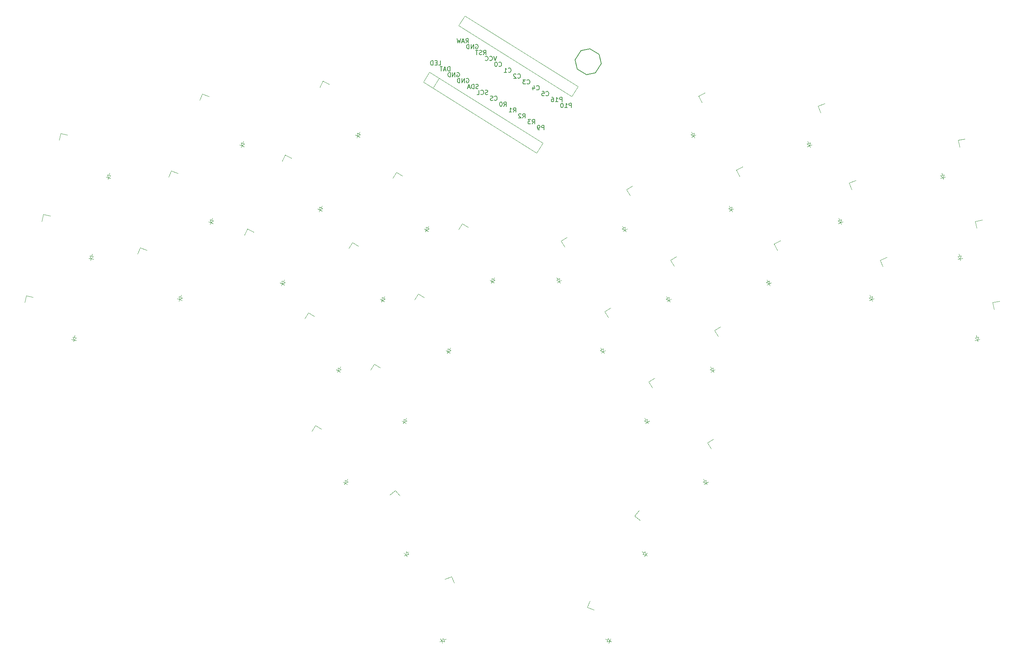
<source format=gbr>
%TF.GenerationSoftware,KiCad,Pcbnew,7.0.9*%
%TF.CreationDate,2023-11-27T23:54:22-05:00*%
%TF.ProjectId,main_r2,6d61696e-5f72-4322-9e6b-696361645f70,0.1*%
%TF.SameCoordinates,Original*%
%TF.FileFunction,Legend,Bot*%
%TF.FilePolarity,Positive*%
%FSLAX46Y46*%
G04 Gerber Fmt 4.6, Leading zero omitted, Abs format (unit mm)*
G04 Created by KiCad (PCBNEW 7.0.9) date 2023-11-27 23:54:22*
%MOMM*%
%LPD*%
G01*
G04 APERTURE LIST*
%ADD10C,0.150000*%
%ADD11C,0.120000*%
%ADD12C,0.100000*%
G04 APERTURE END LIST*
D10*
X125413736Y-109681268D02*
X125889926Y-109681268D01*
X125889926Y-109681268D02*
X125889926Y-108681268D01*
X125080402Y-109157458D02*
X124747069Y-109157458D01*
X124604212Y-109681268D02*
X125080402Y-109681268D01*
X125080402Y-109681268D02*
X125080402Y-108681268D01*
X125080402Y-108681268D02*
X124604212Y-108681268D01*
X124175640Y-109681268D02*
X124175640Y-108681268D01*
X124175640Y-108681268D02*
X123937545Y-108681268D01*
X123937545Y-108681268D02*
X123794688Y-108728887D01*
X123794688Y-108728887D02*
X123699450Y-108824125D01*
X123699450Y-108824125D02*
X123651831Y-108919363D01*
X123651831Y-108919363D02*
X123604212Y-109109839D01*
X123604212Y-109109839D02*
X123604212Y-109252696D01*
X123604212Y-109252696D02*
X123651831Y-109443172D01*
X123651831Y-109443172D02*
X123699450Y-109538410D01*
X123699450Y-109538410D02*
X123794688Y-109633649D01*
X123794688Y-109633649D02*
X123937545Y-109681268D01*
X123937545Y-109681268D02*
X124175640Y-109681268D01*
X131695382Y-104592979D02*
X132028715Y-104116788D01*
X132266810Y-104592979D02*
X132266810Y-103592979D01*
X132266810Y-103592979D02*
X131885858Y-103592979D01*
X131885858Y-103592979D02*
X131790620Y-103640598D01*
X131790620Y-103640598D02*
X131743001Y-103688217D01*
X131743001Y-103688217D02*
X131695382Y-103783455D01*
X131695382Y-103783455D02*
X131695382Y-103926312D01*
X131695382Y-103926312D02*
X131743001Y-104021550D01*
X131743001Y-104021550D02*
X131790620Y-104069169D01*
X131790620Y-104069169D02*
X131885858Y-104116788D01*
X131885858Y-104116788D02*
X132266810Y-104116788D01*
X131314429Y-104307264D02*
X130838239Y-104307264D01*
X131409667Y-104592979D02*
X131076334Y-103592979D01*
X131076334Y-103592979D02*
X130743001Y-104592979D01*
X130504905Y-103592979D02*
X130266810Y-104592979D01*
X130266810Y-104592979D02*
X130076334Y-103878693D01*
X130076334Y-103878693D02*
X129885858Y-104592979D01*
X129885858Y-104592979D02*
X129647763Y-103592979D01*
X128043969Y-111027263D02*
X128043969Y-110027263D01*
X128043969Y-110027263D02*
X127805874Y-110027263D01*
X127805874Y-110027263D02*
X127663017Y-110074882D01*
X127663017Y-110074882D02*
X127567779Y-110170120D01*
X127567779Y-110170120D02*
X127520160Y-110265358D01*
X127520160Y-110265358D02*
X127472541Y-110455834D01*
X127472541Y-110455834D02*
X127472541Y-110598691D01*
X127472541Y-110598691D02*
X127520160Y-110789167D01*
X127520160Y-110789167D02*
X127567779Y-110884405D01*
X127567779Y-110884405D02*
X127663017Y-110979644D01*
X127663017Y-110979644D02*
X127805874Y-111027263D01*
X127805874Y-111027263D02*
X128043969Y-111027263D01*
X127091588Y-110741548D02*
X126615398Y-110741548D01*
X127186826Y-111027263D02*
X126853493Y-110027263D01*
X126853493Y-110027263D02*
X126520160Y-111027263D01*
X126329683Y-110027263D02*
X125758255Y-110027263D01*
X126043969Y-111027263D02*
X126043969Y-110027263D01*
X133944662Y-104986593D02*
X134039900Y-104938974D01*
X134039900Y-104938974D02*
X134182757Y-104938974D01*
X134182757Y-104938974D02*
X134325614Y-104986593D01*
X134325614Y-104986593D02*
X134420852Y-105081831D01*
X134420852Y-105081831D02*
X134468471Y-105177069D01*
X134468471Y-105177069D02*
X134516090Y-105367545D01*
X134516090Y-105367545D02*
X134516090Y-105510402D01*
X134516090Y-105510402D02*
X134468471Y-105700878D01*
X134468471Y-105700878D02*
X134420852Y-105796116D01*
X134420852Y-105796116D02*
X134325614Y-105891355D01*
X134325614Y-105891355D02*
X134182757Y-105938974D01*
X134182757Y-105938974D02*
X134087519Y-105938974D01*
X134087519Y-105938974D02*
X133944662Y-105891355D01*
X133944662Y-105891355D02*
X133897043Y-105843735D01*
X133897043Y-105843735D02*
X133897043Y-105510402D01*
X133897043Y-105510402D02*
X134087519Y-105510402D01*
X133468471Y-105938974D02*
X133468471Y-104938974D01*
X133468471Y-104938974D02*
X132897043Y-105938974D01*
X132897043Y-105938974D02*
X132897043Y-104938974D01*
X132420852Y-105938974D02*
X132420852Y-104938974D01*
X132420852Y-104938974D02*
X132182757Y-104938974D01*
X132182757Y-104938974D02*
X132039900Y-104986593D01*
X132039900Y-104986593D02*
X131944662Y-105081831D01*
X131944662Y-105081831D02*
X131897043Y-105177069D01*
X131897043Y-105177069D02*
X131849424Y-105367545D01*
X131849424Y-105367545D02*
X131849424Y-105510402D01*
X131849424Y-105510402D02*
X131897043Y-105700878D01*
X131897043Y-105700878D02*
X131944662Y-105796116D01*
X131944662Y-105796116D02*
X132039900Y-105891355D01*
X132039900Y-105891355D02*
X132182757Y-105938974D01*
X132182757Y-105938974D02*
X132420852Y-105938974D01*
X129674202Y-111420876D02*
X129769440Y-111373257D01*
X129769440Y-111373257D02*
X129912297Y-111373257D01*
X129912297Y-111373257D02*
X130055154Y-111420876D01*
X130055154Y-111420876D02*
X130150392Y-111516114D01*
X130150392Y-111516114D02*
X130198011Y-111611352D01*
X130198011Y-111611352D02*
X130245630Y-111801828D01*
X130245630Y-111801828D02*
X130245630Y-111944685D01*
X130245630Y-111944685D02*
X130198011Y-112135161D01*
X130198011Y-112135161D02*
X130150392Y-112230399D01*
X130150392Y-112230399D02*
X130055154Y-112325638D01*
X130055154Y-112325638D02*
X129912297Y-112373257D01*
X129912297Y-112373257D02*
X129817059Y-112373257D01*
X129817059Y-112373257D02*
X129674202Y-112325638D01*
X129674202Y-112325638D02*
X129626583Y-112278018D01*
X129626583Y-112278018D02*
X129626583Y-111944685D01*
X129626583Y-111944685D02*
X129817059Y-111944685D01*
X129198011Y-112373257D02*
X129198011Y-111373257D01*
X129198011Y-111373257D02*
X128626583Y-112373257D01*
X128626583Y-112373257D02*
X128626583Y-111373257D01*
X128150392Y-112373257D02*
X128150392Y-111373257D01*
X128150392Y-111373257D02*
X127912297Y-111373257D01*
X127912297Y-111373257D02*
X127769440Y-111420876D01*
X127769440Y-111420876D02*
X127674202Y-111516114D01*
X127674202Y-111516114D02*
X127626583Y-111611352D01*
X127626583Y-111611352D02*
X127578964Y-111801828D01*
X127578964Y-111801828D02*
X127578964Y-111944685D01*
X127578964Y-111944685D02*
X127626583Y-112135161D01*
X127626583Y-112135161D02*
X127674202Y-112230399D01*
X127674202Y-112230399D02*
X127769440Y-112325638D01*
X127769440Y-112325638D02*
X127912297Y-112373257D01*
X127912297Y-112373257D02*
X128150392Y-112373257D01*
X135717752Y-107284969D02*
X136051085Y-106808778D01*
X136289180Y-107284969D02*
X136289180Y-106284969D01*
X136289180Y-106284969D02*
X135908228Y-106284969D01*
X135908228Y-106284969D02*
X135812990Y-106332588D01*
X135812990Y-106332588D02*
X135765371Y-106380207D01*
X135765371Y-106380207D02*
X135717752Y-106475445D01*
X135717752Y-106475445D02*
X135717752Y-106618302D01*
X135717752Y-106618302D02*
X135765371Y-106713540D01*
X135765371Y-106713540D02*
X135812990Y-106761159D01*
X135812990Y-106761159D02*
X135908228Y-106808778D01*
X135908228Y-106808778D02*
X136289180Y-106808778D01*
X135336799Y-107237350D02*
X135193942Y-107284969D01*
X135193942Y-107284969D02*
X134955847Y-107284969D01*
X134955847Y-107284969D02*
X134860609Y-107237350D01*
X134860609Y-107237350D02*
X134812990Y-107189730D01*
X134812990Y-107189730D02*
X134765371Y-107094492D01*
X134765371Y-107094492D02*
X134765371Y-106999254D01*
X134765371Y-106999254D02*
X134812990Y-106904016D01*
X134812990Y-106904016D02*
X134860609Y-106856397D01*
X134860609Y-106856397D02*
X134955847Y-106808778D01*
X134955847Y-106808778D02*
X135146323Y-106761159D01*
X135146323Y-106761159D02*
X135241561Y-106713540D01*
X135241561Y-106713540D02*
X135289180Y-106665921D01*
X135289180Y-106665921D02*
X135336799Y-106570683D01*
X135336799Y-106570683D02*
X135336799Y-106475445D01*
X135336799Y-106475445D02*
X135289180Y-106380207D01*
X135289180Y-106380207D02*
X135241561Y-106332588D01*
X135241561Y-106332588D02*
X135146323Y-106284969D01*
X135146323Y-106284969D02*
X134908228Y-106284969D01*
X134908228Y-106284969D02*
X134765371Y-106332588D01*
X134479656Y-106284969D02*
X133908228Y-106284969D01*
X134193942Y-107284969D02*
X134193942Y-106284969D01*
X131828244Y-112766871D02*
X131923482Y-112719252D01*
X131923482Y-112719252D02*
X132066339Y-112719252D01*
X132066339Y-112719252D02*
X132209196Y-112766871D01*
X132209196Y-112766871D02*
X132304434Y-112862109D01*
X132304434Y-112862109D02*
X132352053Y-112957347D01*
X132352053Y-112957347D02*
X132399672Y-113147823D01*
X132399672Y-113147823D02*
X132399672Y-113290680D01*
X132399672Y-113290680D02*
X132352053Y-113481156D01*
X132352053Y-113481156D02*
X132304434Y-113576394D01*
X132304434Y-113576394D02*
X132209196Y-113671633D01*
X132209196Y-113671633D02*
X132066339Y-113719252D01*
X132066339Y-113719252D02*
X131971101Y-113719252D01*
X131971101Y-113719252D02*
X131828244Y-113671633D01*
X131828244Y-113671633D02*
X131780625Y-113624013D01*
X131780625Y-113624013D02*
X131780625Y-113290680D01*
X131780625Y-113290680D02*
X131971101Y-113290680D01*
X131352053Y-113719252D02*
X131352053Y-112719252D01*
X131352053Y-112719252D02*
X130780625Y-113719252D01*
X130780625Y-113719252D02*
X130780625Y-112719252D01*
X130304434Y-113719252D02*
X130304434Y-112719252D01*
X130304434Y-112719252D02*
X130066339Y-112719252D01*
X130066339Y-112719252D02*
X129923482Y-112766871D01*
X129923482Y-112766871D02*
X129828244Y-112862109D01*
X129828244Y-112862109D02*
X129780625Y-112957347D01*
X129780625Y-112957347D02*
X129733006Y-113147823D01*
X129733006Y-113147823D02*
X129733006Y-113290680D01*
X129733006Y-113290680D02*
X129780625Y-113481156D01*
X129780625Y-113481156D02*
X129828244Y-113576394D01*
X129828244Y-113576394D02*
X129923482Y-113671633D01*
X129923482Y-113671633D02*
X130066339Y-113719252D01*
X130066339Y-113719252D02*
X130304434Y-113719252D01*
X138728936Y-107630964D02*
X138395603Y-108630964D01*
X138395603Y-108630964D02*
X138062270Y-107630964D01*
X137157508Y-108535725D02*
X137205127Y-108583345D01*
X137205127Y-108583345D02*
X137347984Y-108630964D01*
X137347984Y-108630964D02*
X137443222Y-108630964D01*
X137443222Y-108630964D02*
X137586079Y-108583345D01*
X137586079Y-108583345D02*
X137681317Y-108488106D01*
X137681317Y-108488106D02*
X137728936Y-108392868D01*
X137728936Y-108392868D02*
X137776555Y-108202392D01*
X137776555Y-108202392D02*
X137776555Y-108059535D01*
X137776555Y-108059535D02*
X137728936Y-107869059D01*
X137728936Y-107869059D02*
X137681317Y-107773821D01*
X137681317Y-107773821D02*
X137586079Y-107678583D01*
X137586079Y-107678583D02*
X137443222Y-107630964D01*
X137443222Y-107630964D02*
X137347984Y-107630964D01*
X137347984Y-107630964D02*
X137205127Y-107678583D01*
X137205127Y-107678583D02*
X137157508Y-107726202D01*
X136157508Y-108535725D02*
X136205127Y-108583345D01*
X136205127Y-108583345D02*
X136347984Y-108630964D01*
X136347984Y-108630964D02*
X136443222Y-108630964D01*
X136443222Y-108630964D02*
X136586079Y-108583345D01*
X136586079Y-108583345D02*
X136681317Y-108488106D01*
X136681317Y-108488106D02*
X136728936Y-108392868D01*
X136728936Y-108392868D02*
X136776555Y-108202392D01*
X136776555Y-108202392D02*
X136776555Y-108059535D01*
X136776555Y-108059535D02*
X136728936Y-107869059D01*
X136728936Y-107869059D02*
X136681317Y-107773821D01*
X136681317Y-107773821D02*
X136586079Y-107678583D01*
X136586079Y-107678583D02*
X136443222Y-107630964D01*
X136443222Y-107630964D02*
X136347984Y-107630964D01*
X136347984Y-107630964D02*
X136205127Y-107678583D01*
X136205127Y-107678583D02*
X136157508Y-107726202D01*
X134553714Y-115017628D02*
X134410857Y-115065247D01*
X134410857Y-115065247D02*
X134172762Y-115065247D01*
X134172762Y-115065247D02*
X134077524Y-115017628D01*
X134077524Y-115017628D02*
X134029905Y-114970008D01*
X134029905Y-114970008D02*
X133982286Y-114874770D01*
X133982286Y-114874770D02*
X133982286Y-114779532D01*
X133982286Y-114779532D02*
X134029905Y-114684294D01*
X134029905Y-114684294D02*
X134077524Y-114636675D01*
X134077524Y-114636675D02*
X134172762Y-114589056D01*
X134172762Y-114589056D02*
X134363238Y-114541437D01*
X134363238Y-114541437D02*
X134458476Y-114493818D01*
X134458476Y-114493818D02*
X134506095Y-114446199D01*
X134506095Y-114446199D02*
X134553714Y-114350961D01*
X134553714Y-114350961D02*
X134553714Y-114255723D01*
X134553714Y-114255723D02*
X134506095Y-114160485D01*
X134506095Y-114160485D02*
X134458476Y-114112866D01*
X134458476Y-114112866D02*
X134363238Y-114065247D01*
X134363238Y-114065247D02*
X134125143Y-114065247D01*
X134125143Y-114065247D02*
X133982286Y-114112866D01*
X133553714Y-115065247D02*
X133553714Y-114065247D01*
X133553714Y-114065247D02*
X133315619Y-114065247D01*
X133315619Y-114065247D02*
X133172762Y-114112866D01*
X133172762Y-114112866D02*
X133077524Y-114208104D01*
X133077524Y-114208104D02*
X133029905Y-114303342D01*
X133029905Y-114303342D02*
X132982286Y-114493818D01*
X132982286Y-114493818D02*
X132982286Y-114636675D01*
X132982286Y-114636675D02*
X133029905Y-114827151D01*
X133029905Y-114827151D02*
X133077524Y-114922389D01*
X133077524Y-114922389D02*
X133172762Y-115017628D01*
X133172762Y-115017628D02*
X133315619Y-115065247D01*
X133315619Y-115065247D02*
X133553714Y-115065247D01*
X132601333Y-114779532D02*
X132125143Y-114779532D01*
X132696571Y-115065247D02*
X132363238Y-114065247D01*
X132363238Y-114065247D02*
X132029905Y-115065247D01*
X139263932Y-109881720D02*
X139311551Y-109929340D01*
X139311551Y-109929340D02*
X139454408Y-109976959D01*
X139454408Y-109976959D02*
X139549646Y-109976959D01*
X139549646Y-109976959D02*
X139692503Y-109929340D01*
X139692503Y-109929340D02*
X139787741Y-109834101D01*
X139787741Y-109834101D02*
X139835360Y-109738863D01*
X139835360Y-109738863D02*
X139882979Y-109548387D01*
X139882979Y-109548387D02*
X139882979Y-109405530D01*
X139882979Y-109405530D02*
X139835360Y-109215054D01*
X139835360Y-109215054D02*
X139787741Y-109119816D01*
X139787741Y-109119816D02*
X139692503Y-109024578D01*
X139692503Y-109024578D02*
X139549646Y-108976959D01*
X139549646Y-108976959D02*
X139454408Y-108976959D01*
X139454408Y-108976959D02*
X139311551Y-109024578D01*
X139311551Y-109024578D02*
X139263932Y-109072197D01*
X138644884Y-108976959D02*
X138549646Y-108976959D01*
X138549646Y-108976959D02*
X138454408Y-109024578D01*
X138454408Y-109024578D02*
X138406789Y-109072197D01*
X138406789Y-109072197D02*
X138359170Y-109167435D01*
X138359170Y-109167435D02*
X138311551Y-109357911D01*
X138311551Y-109357911D02*
X138311551Y-109596006D01*
X138311551Y-109596006D02*
X138359170Y-109786482D01*
X138359170Y-109786482D02*
X138406789Y-109881720D01*
X138406789Y-109881720D02*
X138454408Y-109929340D01*
X138454408Y-109929340D02*
X138549646Y-109976959D01*
X138549646Y-109976959D02*
X138644884Y-109976959D01*
X138644884Y-109976959D02*
X138740122Y-109929340D01*
X138740122Y-109929340D02*
X138787741Y-109881720D01*
X138787741Y-109881720D02*
X138835360Y-109786482D01*
X138835360Y-109786482D02*
X138882979Y-109596006D01*
X138882979Y-109596006D02*
X138882979Y-109357911D01*
X138882979Y-109357911D02*
X138835360Y-109167435D01*
X138835360Y-109167435D02*
X138787741Y-109072197D01*
X138787741Y-109072197D02*
X138740122Y-109024578D01*
X138740122Y-109024578D02*
X138644884Y-108976959D01*
X136707756Y-116363623D02*
X136564899Y-116411242D01*
X136564899Y-116411242D02*
X136326804Y-116411242D01*
X136326804Y-116411242D02*
X136231566Y-116363623D01*
X136231566Y-116363623D02*
X136183947Y-116316003D01*
X136183947Y-116316003D02*
X136136328Y-116220765D01*
X136136328Y-116220765D02*
X136136328Y-116125527D01*
X136136328Y-116125527D02*
X136183947Y-116030289D01*
X136183947Y-116030289D02*
X136231566Y-115982670D01*
X136231566Y-115982670D02*
X136326804Y-115935051D01*
X136326804Y-115935051D02*
X136517280Y-115887432D01*
X136517280Y-115887432D02*
X136612518Y-115839813D01*
X136612518Y-115839813D02*
X136660137Y-115792194D01*
X136660137Y-115792194D02*
X136707756Y-115696956D01*
X136707756Y-115696956D02*
X136707756Y-115601718D01*
X136707756Y-115601718D02*
X136660137Y-115506480D01*
X136660137Y-115506480D02*
X136612518Y-115458861D01*
X136612518Y-115458861D02*
X136517280Y-115411242D01*
X136517280Y-115411242D02*
X136279185Y-115411242D01*
X136279185Y-115411242D02*
X136136328Y-115458861D01*
X135136328Y-116316003D02*
X135183947Y-116363623D01*
X135183947Y-116363623D02*
X135326804Y-116411242D01*
X135326804Y-116411242D02*
X135422042Y-116411242D01*
X135422042Y-116411242D02*
X135564899Y-116363623D01*
X135564899Y-116363623D02*
X135660137Y-116268384D01*
X135660137Y-116268384D02*
X135707756Y-116173146D01*
X135707756Y-116173146D02*
X135755375Y-115982670D01*
X135755375Y-115982670D02*
X135755375Y-115839813D01*
X135755375Y-115839813D02*
X135707756Y-115649337D01*
X135707756Y-115649337D02*
X135660137Y-115554099D01*
X135660137Y-115554099D02*
X135564899Y-115458861D01*
X135564899Y-115458861D02*
X135422042Y-115411242D01*
X135422042Y-115411242D02*
X135326804Y-115411242D01*
X135326804Y-115411242D02*
X135183947Y-115458861D01*
X135183947Y-115458861D02*
X135136328Y-115506480D01*
X134231566Y-116411242D02*
X134707756Y-116411242D01*
X134707756Y-116411242D02*
X134707756Y-115411242D01*
X141417974Y-111227715D02*
X141465593Y-111275335D01*
X141465593Y-111275335D02*
X141608450Y-111322954D01*
X141608450Y-111322954D02*
X141703688Y-111322954D01*
X141703688Y-111322954D02*
X141846545Y-111275335D01*
X141846545Y-111275335D02*
X141941783Y-111180096D01*
X141941783Y-111180096D02*
X141989402Y-111084858D01*
X141989402Y-111084858D02*
X142037021Y-110894382D01*
X142037021Y-110894382D02*
X142037021Y-110751525D01*
X142037021Y-110751525D02*
X141989402Y-110561049D01*
X141989402Y-110561049D02*
X141941783Y-110465811D01*
X141941783Y-110465811D02*
X141846545Y-110370573D01*
X141846545Y-110370573D02*
X141703688Y-110322954D01*
X141703688Y-110322954D02*
X141608450Y-110322954D01*
X141608450Y-110322954D02*
X141465593Y-110370573D01*
X141465593Y-110370573D02*
X141417974Y-110418192D01*
X140465593Y-111322954D02*
X141037021Y-111322954D01*
X140751307Y-111322954D02*
X140751307Y-110322954D01*
X140751307Y-110322954D02*
X140846545Y-110465811D01*
X140846545Y-110465811D02*
X140941783Y-110561049D01*
X140941783Y-110561049D02*
X141037021Y-110608668D01*
X138242751Y-117661998D02*
X138290370Y-117709618D01*
X138290370Y-117709618D02*
X138433227Y-117757237D01*
X138433227Y-117757237D02*
X138528465Y-117757237D01*
X138528465Y-117757237D02*
X138671322Y-117709618D01*
X138671322Y-117709618D02*
X138766560Y-117614379D01*
X138766560Y-117614379D02*
X138814179Y-117519141D01*
X138814179Y-117519141D02*
X138861798Y-117328665D01*
X138861798Y-117328665D02*
X138861798Y-117185808D01*
X138861798Y-117185808D02*
X138814179Y-116995332D01*
X138814179Y-116995332D02*
X138766560Y-116900094D01*
X138766560Y-116900094D02*
X138671322Y-116804856D01*
X138671322Y-116804856D02*
X138528465Y-116757237D01*
X138528465Y-116757237D02*
X138433227Y-116757237D01*
X138433227Y-116757237D02*
X138290370Y-116804856D01*
X138290370Y-116804856D02*
X138242751Y-116852475D01*
X137861798Y-117709618D02*
X137718941Y-117757237D01*
X137718941Y-117757237D02*
X137480846Y-117757237D01*
X137480846Y-117757237D02*
X137385608Y-117709618D01*
X137385608Y-117709618D02*
X137337989Y-117661998D01*
X137337989Y-117661998D02*
X137290370Y-117566760D01*
X137290370Y-117566760D02*
X137290370Y-117471522D01*
X137290370Y-117471522D02*
X137337989Y-117376284D01*
X137337989Y-117376284D02*
X137385608Y-117328665D01*
X137385608Y-117328665D02*
X137480846Y-117281046D01*
X137480846Y-117281046D02*
X137671322Y-117233427D01*
X137671322Y-117233427D02*
X137766560Y-117185808D01*
X137766560Y-117185808D02*
X137814179Y-117138189D01*
X137814179Y-117138189D02*
X137861798Y-117042951D01*
X137861798Y-117042951D02*
X137861798Y-116947713D01*
X137861798Y-116947713D02*
X137814179Y-116852475D01*
X137814179Y-116852475D02*
X137766560Y-116804856D01*
X137766560Y-116804856D02*
X137671322Y-116757237D01*
X137671322Y-116757237D02*
X137433227Y-116757237D01*
X137433227Y-116757237D02*
X137290370Y-116804856D01*
X143572016Y-112573710D02*
X143619635Y-112621330D01*
X143619635Y-112621330D02*
X143762492Y-112668949D01*
X143762492Y-112668949D02*
X143857730Y-112668949D01*
X143857730Y-112668949D02*
X144000587Y-112621330D01*
X144000587Y-112621330D02*
X144095825Y-112526091D01*
X144095825Y-112526091D02*
X144143444Y-112430853D01*
X144143444Y-112430853D02*
X144191063Y-112240377D01*
X144191063Y-112240377D02*
X144191063Y-112097520D01*
X144191063Y-112097520D02*
X144143444Y-111907044D01*
X144143444Y-111907044D02*
X144095825Y-111811806D01*
X144095825Y-111811806D02*
X144000587Y-111716568D01*
X144000587Y-111716568D02*
X143857730Y-111668949D01*
X143857730Y-111668949D02*
X143762492Y-111668949D01*
X143762492Y-111668949D02*
X143619635Y-111716568D01*
X143619635Y-111716568D02*
X143572016Y-111764187D01*
X143191063Y-111764187D02*
X143143444Y-111716568D01*
X143143444Y-111716568D02*
X143048206Y-111668949D01*
X143048206Y-111668949D02*
X142810111Y-111668949D01*
X142810111Y-111668949D02*
X142714873Y-111716568D01*
X142714873Y-111716568D02*
X142667254Y-111764187D01*
X142667254Y-111764187D02*
X142619635Y-111859425D01*
X142619635Y-111859425D02*
X142619635Y-111954663D01*
X142619635Y-111954663D02*
X142667254Y-112097520D01*
X142667254Y-112097520D02*
X143238682Y-112668949D01*
X143238682Y-112668949D02*
X142619635Y-112668949D01*
X140396794Y-119103232D02*
X140730127Y-118627041D01*
X140968222Y-119103232D02*
X140968222Y-118103232D01*
X140968222Y-118103232D02*
X140587270Y-118103232D01*
X140587270Y-118103232D02*
X140492032Y-118150851D01*
X140492032Y-118150851D02*
X140444413Y-118198470D01*
X140444413Y-118198470D02*
X140396794Y-118293708D01*
X140396794Y-118293708D02*
X140396794Y-118436565D01*
X140396794Y-118436565D02*
X140444413Y-118531803D01*
X140444413Y-118531803D02*
X140492032Y-118579422D01*
X140492032Y-118579422D02*
X140587270Y-118627041D01*
X140587270Y-118627041D02*
X140968222Y-118627041D01*
X139777746Y-118103232D02*
X139682508Y-118103232D01*
X139682508Y-118103232D02*
X139587270Y-118150851D01*
X139587270Y-118150851D02*
X139539651Y-118198470D01*
X139539651Y-118198470D02*
X139492032Y-118293708D01*
X139492032Y-118293708D02*
X139444413Y-118484184D01*
X139444413Y-118484184D02*
X139444413Y-118722279D01*
X139444413Y-118722279D02*
X139492032Y-118912755D01*
X139492032Y-118912755D02*
X139539651Y-119007993D01*
X139539651Y-119007993D02*
X139587270Y-119055613D01*
X139587270Y-119055613D02*
X139682508Y-119103232D01*
X139682508Y-119103232D02*
X139777746Y-119103232D01*
X139777746Y-119103232D02*
X139872984Y-119055613D01*
X139872984Y-119055613D02*
X139920603Y-119007993D01*
X139920603Y-119007993D02*
X139968222Y-118912755D01*
X139968222Y-118912755D02*
X140015841Y-118722279D01*
X140015841Y-118722279D02*
X140015841Y-118484184D01*
X140015841Y-118484184D02*
X139968222Y-118293708D01*
X139968222Y-118293708D02*
X139920603Y-118198470D01*
X139920603Y-118198470D02*
X139872984Y-118150851D01*
X139872984Y-118150851D02*
X139777746Y-118103232D01*
X145726058Y-113919705D02*
X145773677Y-113967325D01*
X145773677Y-113967325D02*
X145916534Y-114014944D01*
X145916534Y-114014944D02*
X146011772Y-114014944D01*
X146011772Y-114014944D02*
X146154629Y-113967325D01*
X146154629Y-113967325D02*
X146249867Y-113872086D01*
X146249867Y-113872086D02*
X146297486Y-113776848D01*
X146297486Y-113776848D02*
X146345105Y-113586372D01*
X146345105Y-113586372D02*
X146345105Y-113443515D01*
X146345105Y-113443515D02*
X146297486Y-113253039D01*
X146297486Y-113253039D02*
X146249867Y-113157801D01*
X146249867Y-113157801D02*
X146154629Y-113062563D01*
X146154629Y-113062563D02*
X146011772Y-113014944D01*
X146011772Y-113014944D02*
X145916534Y-113014944D01*
X145916534Y-113014944D02*
X145773677Y-113062563D01*
X145773677Y-113062563D02*
X145726058Y-113110182D01*
X145392724Y-113014944D02*
X144773677Y-113014944D01*
X144773677Y-113014944D02*
X145107010Y-113395896D01*
X145107010Y-113395896D02*
X144964153Y-113395896D01*
X144964153Y-113395896D02*
X144868915Y-113443515D01*
X144868915Y-113443515D02*
X144821296Y-113491134D01*
X144821296Y-113491134D02*
X144773677Y-113586372D01*
X144773677Y-113586372D02*
X144773677Y-113824467D01*
X144773677Y-113824467D02*
X144821296Y-113919705D01*
X144821296Y-113919705D02*
X144868915Y-113967325D01*
X144868915Y-113967325D02*
X144964153Y-114014944D01*
X144964153Y-114014944D02*
X145249867Y-114014944D01*
X145249867Y-114014944D02*
X145345105Y-113967325D01*
X145345105Y-113967325D02*
X145392724Y-113919705D01*
X142550836Y-120449227D02*
X142884169Y-119973036D01*
X143122264Y-120449227D02*
X143122264Y-119449227D01*
X143122264Y-119449227D02*
X142741312Y-119449227D01*
X142741312Y-119449227D02*
X142646074Y-119496846D01*
X142646074Y-119496846D02*
X142598455Y-119544465D01*
X142598455Y-119544465D02*
X142550836Y-119639703D01*
X142550836Y-119639703D02*
X142550836Y-119782560D01*
X142550836Y-119782560D02*
X142598455Y-119877798D01*
X142598455Y-119877798D02*
X142646074Y-119925417D01*
X142646074Y-119925417D02*
X142741312Y-119973036D01*
X142741312Y-119973036D02*
X143122264Y-119973036D01*
X141598455Y-120449227D02*
X142169883Y-120449227D01*
X141884169Y-120449227D02*
X141884169Y-119449227D01*
X141884169Y-119449227D02*
X141979407Y-119592084D01*
X141979407Y-119592084D02*
X142074645Y-119687322D01*
X142074645Y-119687322D02*
X142169883Y-119734941D01*
X147880100Y-115265700D02*
X147927719Y-115313320D01*
X147927719Y-115313320D02*
X148070576Y-115360939D01*
X148070576Y-115360939D02*
X148165814Y-115360939D01*
X148165814Y-115360939D02*
X148308671Y-115313320D01*
X148308671Y-115313320D02*
X148403909Y-115218081D01*
X148403909Y-115218081D02*
X148451528Y-115122843D01*
X148451528Y-115122843D02*
X148499147Y-114932367D01*
X148499147Y-114932367D02*
X148499147Y-114789510D01*
X148499147Y-114789510D02*
X148451528Y-114599034D01*
X148451528Y-114599034D02*
X148403909Y-114503796D01*
X148403909Y-114503796D02*
X148308671Y-114408558D01*
X148308671Y-114408558D02*
X148165814Y-114360939D01*
X148165814Y-114360939D02*
X148070576Y-114360939D01*
X148070576Y-114360939D02*
X147927719Y-114408558D01*
X147927719Y-114408558D02*
X147880100Y-114456177D01*
X147022957Y-114694272D02*
X147022957Y-115360939D01*
X147261052Y-114313320D02*
X147499147Y-115027605D01*
X147499147Y-115027605D02*
X146880100Y-115027605D01*
X144704878Y-121795222D02*
X145038211Y-121319031D01*
X145276306Y-121795222D02*
X145276306Y-120795222D01*
X145276306Y-120795222D02*
X144895354Y-120795222D01*
X144895354Y-120795222D02*
X144800116Y-120842841D01*
X144800116Y-120842841D02*
X144752497Y-120890460D01*
X144752497Y-120890460D02*
X144704878Y-120985698D01*
X144704878Y-120985698D02*
X144704878Y-121128555D01*
X144704878Y-121128555D02*
X144752497Y-121223793D01*
X144752497Y-121223793D02*
X144800116Y-121271412D01*
X144800116Y-121271412D02*
X144895354Y-121319031D01*
X144895354Y-121319031D02*
X145276306Y-121319031D01*
X144323925Y-120890460D02*
X144276306Y-120842841D01*
X144276306Y-120842841D02*
X144181068Y-120795222D01*
X144181068Y-120795222D02*
X143942973Y-120795222D01*
X143942973Y-120795222D02*
X143847735Y-120842841D01*
X143847735Y-120842841D02*
X143800116Y-120890460D01*
X143800116Y-120890460D02*
X143752497Y-120985698D01*
X143752497Y-120985698D02*
X143752497Y-121080936D01*
X143752497Y-121080936D02*
X143800116Y-121223793D01*
X143800116Y-121223793D02*
X144371544Y-121795222D01*
X144371544Y-121795222D02*
X143752497Y-121795222D01*
X150034142Y-116611694D02*
X150081761Y-116659314D01*
X150081761Y-116659314D02*
X150224618Y-116706933D01*
X150224618Y-116706933D02*
X150319856Y-116706933D01*
X150319856Y-116706933D02*
X150462713Y-116659314D01*
X150462713Y-116659314D02*
X150557951Y-116564075D01*
X150557951Y-116564075D02*
X150605570Y-116468837D01*
X150605570Y-116468837D02*
X150653189Y-116278361D01*
X150653189Y-116278361D02*
X150653189Y-116135504D01*
X150653189Y-116135504D02*
X150605570Y-115945028D01*
X150605570Y-115945028D02*
X150557951Y-115849790D01*
X150557951Y-115849790D02*
X150462713Y-115754552D01*
X150462713Y-115754552D02*
X150319856Y-115706933D01*
X150319856Y-115706933D02*
X150224618Y-115706933D01*
X150224618Y-115706933D02*
X150081761Y-115754552D01*
X150081761Y-115754552D02*
X150034142Y-115802171D01*
X149129380Y-115706933D02*
X149605570Y-115706933D01*
X149605570Y-115706933D02*
X149653189Y-116183123D01*
X149653189Y-116183123D02*
X149605570Y-116135504D01*
X149605570Y-116135504D02*
X149510332Y-116087885D01*
X149510332Y-116087885D02*
X149272237Y-116087885D01*
X149272237Y-116087885D02*
X149176999Y-116135504D01*
X149176999Y-116135504D02*
X149129380Y-116183123D01*
X149129380Y-116183123D02*
X149081761Y-116278361D01*
X149081761Y-116278361D02*
X149081761Y-116516456D01*
X149081761Y-116516456D02*
X149129380Y-116611694D01*
X149129380Y-116611694D02*
X149176999Y-116659314D01*
X149176999Y-116659314D02*
X149272237Y-116706933D01*
X149272237Y-116706933D02*
X149510332Y-116706933D01*
X149510332Y-116706933D02*
X149605570Y-116659314D01*
X149605570Y-116659314D02*
X149653189Y-116611694D01*
X146858920Y-123141217D02*
X147192253Y-122665026D01*
X147430348Y-123141217D02*
X147430348Y-122141217D01*
X147430348Y-122141217D02*
X147049396Y-122141217D01*
X147049396Y-122141217D02*
X146954158Y-122188836D01*
X146954158Y-122188836D02*
X146906539Y-122236455D01*
X146906539Y-122236455D02*
X146858920Y-122331693D01*
X146858920Y-122331693D02*
X146858920Y-122474550D01*
X146858920Y-122474550D02*
X146906539Y-122569788D01*
X146906539Y-122569788D02*
X146954158Y-122617407D01*
X146954158Y-122617407D02*
X147049396Y-122665026D01*
X147049396Y-122665026D02*
X147430348Y-122665026D01*
X146525586Y-122141217D02*
X145906539Y-122141217D01*
X145906539Y-122141217D02*
X146239872Y-122522169D01*
X146239872Y-122522169D02*
X146097015Y-122522169D01*
X146097015Y-122522169D02*
X146001777Y-122569788D01*
X146001777Y-122569788D02*
X145954158Y-122617407D01*
X145954158Y-122617407D02*
X145906539Y-122712645D01*
X145906539Y-122712645D02*
X145906539Y-122950740D01*
X145906539Y-122950740D02*
X145954158Y-123045978D01*
X145954158Y-123045978D02*
X146001777Y-123093598D01*
X146001777Y-123093598D02*
X146097015Y-123141217D01*
X146097015Y-123141217D02*
X146382729Y-123141217D01*
X146382729Y-123141217D02*
X146477967Y-123093598D01*
X146477967Y-123093598D02*
X146525586Y-123045978D01*
X153711994Y-118052928D02*
X153711994Y-117052928D01*
X153711994Y-117052928D02*
X153331042Y-117052928D01*
X153331042Y-117052928D02*
X153235804Y-117100547D01*
X153235804Y-117100547D02*
X153188185Y-117148166D01*
X153188185Y-117148166D02*
X153140566Y-117243404D01*
X153140566Y-117243404D02*
X153140566Y-117386261D01*
X153140566Y-117386261D02*
X153188185Y-117481499D01*
X153188185Y-117481499D02*
X153235804Y-117529118D01*
X153235804Y-117529118D02*
X153331042Y-117576737D01*
X153331042Y-117576737D02*
X153711994Y-117576737D01*
X152188185Y-118052928D02*
X152759613Y-118052928D01*
X152473899Y-118052928D02*
X152473899Y-117052928D01*
X152473899Y-117052928D02*
X152569137Y-117195785D01*
X152569137Y-117195785D02*
X152664375Y-117291023D01*
X152664375Y-117291023D02*
X152759613Y-117338642D01*
X151331042Y-117052928D02*
X151521518Y-117052928D01*
X151521518Y-117052928D02*
X151616756Y-117100547D01*
X151616756Y-117100547D02*
X151664375Y-117148166D01*
X151664375Y-117148166D02*
X151759613Y-117291023D01*
X151759613Y-117291023D02*
X151807232Y-117481499D01*
X151807232Y-117481499D02*
X151807232Y-117862451D01*
X151807232Y-117862451D02*
X151759613Y-117957689D01*
X151759613Y-117957689D02*
X151711994Y-118005309D01*
X151711994Y-118005309D02*
X151616756Y-118052928D01*
X151616756Y-118052928D02*
X151426280Y-118052928D01*
X151426280Y-118052928D02*
X151331042Y-118005309D01*
X151331042Y-118005309D02*
X151283423Y-117957689D01*
X151283423Y-117957689D02*
X151235804Y-117862451D01*
X151235804Y-117862451D02*
X151235804Y-117624356D01*
X151235804Y-117624356D02*
X151283423Y-117529118D01*
X151283423Y-117529118D02*
X151331042Y-117481499D01*
X151331042Y-117481499D02*
X151426280Y-117433880D01*
X151426280Y-117433880D02*
X151616756Y-117433880D01*
X151616756Y-117433880D02*
X151711994Y-117481499D01*
X151711994Y-117481499D02*
X151759613Y-117529118D01*
X151759613Y-117529118D02*
X151807232Y-117624356D01*
X149584390Y-124487212D02*
X149584390Y-123487212D01*
X149584390Y-123487212D02*
X149203438Y-123487212D01*
X149203438Y-123487212D02*
X149108200Y-123534831D01*
X149108200Y-123534831D02*
X149060581Y-123582450D01*
X149060581Y-123582450D02*
X149012962Y-123677688D01*
X149012962Y-123677688D02*
X149012962Y-123820545D01*
X149012962Y-123820545D02*
X149060581Y-123915783D01*
X149060581Y-123915783D02*
X149108200Y-123963402D01*
X149108200Y-123963402D02*
X149203438Y-124011021D01*
X149203438Y-124011021D02*
X149584390Y-124011021D01*
X148536771Y-124487212D02*
X148346295Y-124487212D01*
X148346295Y-124487212D02*
X148251057Y-124439593D01*
X148251057Y-124439593D02*
X148203438Y-124391973D01*
X148203438Y-124391973D02*
X148108200Y-124249116D01*
X148108200Y-124249116D02*
X148060581Y-124058640D01*
X148060581Y-124058640D02*
X148060581Y-123677688D01*
X148060581Y-123677688D02*
X148108200Y-123582450D01*
X148108200Y-123582450D02*
X148155819Y-123534831D01*
X148155819Y-123534831D02*
X148251057Y-123487212D01*
X148251057Y-123487212D02*
X148441533Y-123487212D01*
X148441533Y-123487212D02*
X148536771Y-123534831D01*
X148536771Y-123534831D02*
X148584390Y-123582450D01*
X148584390Y-123582450D02*
X148632009Y-123677688D01*
X148632009Y-123677688D02*
X148632009Y-123915783D01*
X148632009Y-123915783D02*
X148584390Y-124011021D01*
X148584390Y-124011021D02*
X148536771Y-124058640D01*
X148536771Y-124058640D02*
X148441533Y-124106259D01*
X148441533Y-124106259D02*
X148251057Y-124106259D01*
X148251057Y-124106259D02*
X148155819Y-124058640D01*
X148155819Y-124058640D02*
X148108200Y-124011021D01*
X148108200Y-124011021D02*
X148060581Y-123915783D01*
X155866036Y-119398923D02*
X155866036Y-118398923D01*
X155866036Y-118398923D02*
X155485084Y-118398923D01*
X155485084Y-118398923D02*
X155389846Y-118446542D01*
X155389846Y-118446542D02*
X155342227Y-118494161D01*
X155342227Y-118494161D02*
X155294608Y-118589399D01*
X155294608Y-118589399D02*
X155294608Y-118732256D01*
X155294608Y-118732256D02*
X155342227Y-118827494D01*
X155342227Y-118827494D02*
X155389846Y-118875113D01*
X155389846Y-118875113D02*
X155485084Y-118922732D01*
X155485084Y-118922732D02*
X155866036Y-118922732D01*
X154342227Y-119398923D02*
X154913655Y-119398923D01*
X154627941Y-119398923D02*
X154627941Y-118398923D01*
X154627941Y-118398923D02*
X154723179Y-118541780D01*
X154723179Y-118541780D02*
X154818417Y-118637018D01*
X154818417Y-118637018D02*
X154913655Y-118684637D01*
X153723179Y-118398923D02*
X153627941Y-118398923D01*
X153627941Y-118398923D02*
X153532703Y-118446542D01*
X153532703Y-118446542D02*
X153485084Y-118494161D01*
X153485084Y-118494161D02*
X153437465Y-118589399D01*
X153437465Y-118589399D02*
X153389846Y-118779875D01*
X153389846Y-118779875D02*
X153389846Y-119017970D01*
X153389846Y-119017970D02*
X153437465Y-119208446D01*
X153437465Y-119208446D02*
X153485084Y-119303684D01*
X153485084Y-119303684D02*
X153532703Y-119351304D01*
X153532703Y-119351304D02*
X153627941Y-119398923D01*
X153627941Y-119398923D02*
X153723179Y-119398923D01*
X153723179Y-119398923D02*
X153818417Y-119351304D01*
X153818417Y-119351304D02*
X153866036Y-119303684D01*
X153866036Y-119303684D02*
X153913655Y-119208446D01*
X153913655Y-119208446D02*
X153961274Y-119017970D01*
X153961274Y-119017970D02*
X153961274Y-118779875D01*
X153961274Y-118779875D02*
X153913655Y-118589399D01*
X153913655Y-118589399D02*
X153866036Y-118494161D01*
X153866036Y-118494161D02*
X153818417Y-118446542D01*
X153818417Y-118446542D02*
X153723179Y-118398923D01*
D11*
%TO.C,MCU1*%
X124150708Y-114945332D02*
X125560293Y-112689524D01*
X123355368Y-111311734D02*
X121945783Y-113567542D01*
X123355368Y-111311734D02*
X149305640Y-127527264D01*
X149305640Y-127527264D02*
X147896055Y-129783072D01*
X121945783Y-113567542D02*
X147896055Y-129783072D01*
X131431338Y-98387481D02*
X130021752Y-100643289D01*
X131431338Y-98387481D02*
X157381609Y-114603011D01*
X157381609Y-114603011D02*
X155972024Y-116858819D01*
X130021752Y-100643289D02*
X155972024Y-116858819D01*
D12*
%TO.C,D1*%
X42069459Y-172035532D02*
X42173415Y-171546458D01*
X42460718Y-172118697D02*
X41944712Y-172622421D01*
X41678200Y-171952367D02*
X42460718Y-172118697D01*
X41944712Y-172622421D02*
X41678200Y-171952367D01*
X41944712Y-172622421D02*
X42482693Y-172736772D01*
X41944712Y-172622421D02*
X41406731Y-172508069D01*
X41861547Y-173013680D02*
X41944712Y-172622421D01*
%TO.C,D2*%
X46019783Y-153450729D02*
X46123739Y-152961655D01*
X46411042Y-153533894D02*
X45895036Y-154037618D01*
X45628524Y-153367564D02*
X46411042Y-153533894D01*
X45895036Y-154037618D02*
X45628524Y-153367564D01*
X45895036Y-154037618D02*
X46433017Y-154151969D01*
X45895036Y-154037618D02*
X45357055Y-153923266D01*
X45811871Y-154428877D02*
X45895036Y-154037618D01*
%TO.C,D3*%
X49970104Y-134865928D02*
X50074060Y-134376854D01*
X50361363Y-134949093D02*
X49845357Y-135452817D01*
X49578845Y-134782763D02*
X50361363Y-134949093D01*
X49845357Y-135452817D02*
X49578845Y-134782763D01*
X49845357Y-135452817D02*
X50383338Y-135567168D01*
X49845357Y-135452817D02*
X49307376Y-135338465D01*
X49762192Y-135844076D02*
X49845357Y-135452817D01*
%TO.C,D4*%
X66368618Y-162809881D02*
X66555921Y-162346289D01*
X66739491Y-162959724D02*
X66143854Y-163366191D01*
X65997744Y-162660038D02*
X66739491Y-162959724D01*
X66143854Y-163366191D02*
X65997744Y-162660038D01*
X66143854Y-163366191D02*
X66653805Y-163572225D01*
X66143854Y-163366191D02*
X65633903Y-163160158D01*
X65994011Y-163737065D02*
X66143854Y-163366191D01*
%TO.C,D5*%
X73486142Y-145193388D02*
X73673445Y-144729796D01*
X73857015Y-145343231D02*
X73261378Y-145749698D01*
X73115268Y-145043545D02*
X73857015Y-145343231D01*
X73261378Y-145749698D02*
X73115268Y-145043545D01*
X73261378Y-145749698D02*
X73771329Y-145955732D01*
X73261378Y-145749698D02*
X72751427Y-145543665D01*
X73111535Y-146120572D02*
X73261378Y-145749698D01*
%TO.C,D6*%
X80603668Y-127576894D02*
X80790971Y-127113302D01*
X80974541Y-127726737D02*
X80378904Y-128133204D01*
X80232794Y-127427051D02*
X80974541Y-127726737D01*
X80378904Y-128133204D02*
X80232794Y-127427051D01*
X80378904Y-128133204D02*
X80888855Y-128339238D01*
X80378904Y-128133204D02*
X79868953Y-127927171D01*
X80229061Y-128504078D02*
X80378904Y-128133204D01*
%TO.C,D7*%
X89918635Y-159274130D02*
X90145630Y-158828627D01*
X90275037Y-159455727D02*
X89646240Y-159808734D01*
X89562232Y-159092534D02*
X90275037Y-159455727D01*
X89646240Y-159808734D02*
X89562232Y-159092534D01*
X89646240Y-159808734D02*
X90136294Y-160058429D01*
X89646240Y-159808734D02*
X89156187Y-159559040D01*
X89464644Y-160165137D02*
X89646240Y-159808734D01*
%TO.C,D8*%
X98544456Y-142345004D02*
X98771451Y-141899501D01*
X98900858Y-142526601D02*
X98272061Y-142879608D01*
X98188053Y-142163408D02*
X98900858Y-142526601D01*
X98272061Y-142879608D02*
X98188053Y-142163408D01*
X98272061Y-142879608D02*
X98762115Y-143129303D01*
X98272061Y-142879608D02*
X97782008Y-142629914D01*
X98090465Y-143236011D02*
X98272061Y-142879608D01*
%TO.C,D9*%
X107170273Y-125415881D02*
X107397268Y-124970378D01*
X107526675Y-125597478D02*
X106897878Y-125950485D01*
X106813870Y-125234285D02*
X107526675Y-125597478D01*
X106897878Y-125950485D02*
X106813870Y-125234285D01*
X106897878Y-125950485D02*
X107387932Y-126200180D01*
X106897878Y-125950485D02*
X106407825Y-125700791D01*
X106716282Y-126306888D02*
X106897878Y-125950485D01*
%TO.C,D10*%
X102791426Y-179188509D02*
X103056385Y-178764485D01*
X103130645Y-179400477D02*
X102473474Y-179697338D01*
X102452207Y-178976541D02*
X103130645Y-179400477D01*
X102473474Y-179697338D02*
X102452207Y-178976541D01*
X102473474Y-179697338D02*
X102939901Y-179988793D01*
X102473474Y-179697338D02*
X102007048Y-179405882D01*
X102261507Y-180036557D02*
X102473474Y-179697338D01*
%TO.C,D11*%
X112859894Y-163075596D02*
X113124853Y-162651572D01*
X113199113Y-163287564D02*
X112541942Y-163584425D01*
X112520675Y-162863628D02*
X113199113Y-163287564D01*
X112541942Y-163584425D02*
X112520675Y-162863628D01*
X112541942Y-163584425D02*
X113008369Y-163875880D01*
X112541942Y-163584425D02*
X112075516Y-163292969D01*
X112329975Y-163923644D02*
X112541942Y-163584425D01*
%TO.C,D12*%
X122928363Y-146962683D02*
X123193322Y-146538659D01*
X123267582Y-147174651D02*
X122610411Y-147471512D01*
X122589144Y-146750715D02*
X123267582Y-147174651D01*
X122610411Y-147471512D02*
X122589144Y-146750715D01*
X122610411Y-147471512D02*
X123076838Y-147762967D01*
X122610411Y-147471512D02*
X122143985Y-147180056D01*
X122398444Y-147810731D02*
X122610411Y-147471512D01*
%TO.C,D13*%
X117844505Y-190953073D02*
X118109464Y-190529049D01*
X118183724Y-191165041D02*
X117526553Y-191461902D01*
X117505286Y-190741105D02*
X118183724Y-191165041D01*
X117526553Y-191461902D02*
X117505286Y-190741105D01*
X117526553Y-191461902D02*
X117992980Y-191753357D01*
X117526553Y-191461902D02*
X117060127Y-191170446D01*
X117314586Y-191801121D02*
X117526553Y-191461902D01*
%TO.C,D14*%
X127912970Y-174840159D02*
X128177929Y-174416135D01*
X128252189Y-175052127D02*
X127595018Y-175348988D01*
X127573751Y-174628191D02*
X128252189Y-175052127D01*
X127595018Y-175348988D02*
X127573751Y-174628191D01*
X127595018Y-175348988D02*
X128061445Y-175640443D01*
X127595018Y-175348988D02*
X127128592Y-175057532D01*
X127383051Y-175688207D02*
X127595018Y-175348988D01*
%TO.C,D15*%
X137981434Y-158727244D02*
X138246393Y-158303220D01*
X138320653Y-158939212D02*
X137663482Y-159236073D01*
X137642215Y-158515276D02*
X138320653Y-158939212D01*
X137663482Y-159236073D02*
X137642215Y-158515276D01*
X137663482Y-159236073D02*
X138129909Y-159527528D01*
X137663482Y-159236073D02*
X137197056Y-158944617D01*
X137451515Y-159575292D02*
X137663482Y-159236073D01*
%TO.C,D16*%
X104383847Y-204946309D02*
X104648806Y-204522285D01*
X104723066Y-205158277D02*
X104065895Y-205455138D01*
X104044628Y-204734341D02*
X104723066Y-205158277D01*
X104065895Y-205455138D02*
X104044628Y-204734341D01*
X104065895Y-205455138D02*
X104532322Y-205746593D01*
X104065895Y-205455138D02*
X103599469Y-205163682D01*
X103853928Y-205794357D02*
X104065895Y-205455138D01*
%TO.C,D17*%
X118339582Y-221430677D02*
X118722604Y-221109283D01*
X118596697Y-221737095D02*
X117879955Y-221816350D01*
X118082467Y-221124259D02*
X118596697Y-221737095D01*
X117879955Y-221816350D02*
X118082467Y-221124259D01*
X117879955Y-221816350D02*
X118233489Y-222237674D01*
X117879955Y-221816350D02*
X117526422Y-221395025D01*
X117573538Y-222073465D02*
X117879955Y-221816350D01*
%TO.C,D18*%
X126652416Y-241340235D02*
X127116008Y-241152932D01*
X126802259Y-241711109D02*
X126096106Y-241564999D01*
X126502573Y-240969362D02*
X126802259Y-241711109D01*
X126096106Y-241564999D02*
X126502573Y-240969362D01*
X126096106Y-241564999D02*
X126302139Y-242074950D01*
X126096106Y-241564999D02*
X125890072Y-241055048D01*
X125725232Y-241714842D02*
X126096106Y-241564999D01*
%TO.C,D19*%
X248675315Y-172035534D02*
X248571359Y-171546460D01*
X249066574Y-171952369D02*
X248800062Y-172622423D01*
X248284056Y-172118699D02*
X249066574Y-171952369D01*
X248800062Y-172622423D02*
X248284056Y-172118699D01*
X248800062Y-172622423D02*
X249338043Y-172508071D01*
X248800062Y-172622423D02*
X248262081Y-172736774D01*
X248883227Y-173013682D02*
X248800062Y-172622423D01*
%TO.C,D20*%
X244724991Y-153450729D02*
X244621035Y-152961655D01*
X245116250Y-153367564D02*
X244849738Y-154037618D01*
X244333732Y-153533894D02*
X245116250Y-153367564D01*
X244849738Y-154037618D02*
X244333732Y-153533894D01*
X244849738Y-154037618D02*
X245387719Y-153923266D01*
X244849738Y-154037618D02*
X244311757Y-154151969D01*
X244932903Y-154428877D02*
X244849738Y-154037618D01*
%TO.C,D21*%
X240774671Y-134865925D02*
X240670715Y-134376851D01*
X241165930Y-134782760D02*
X240899418Y-135452814D01*
X240383412Y-134949090D02*
X241165930Y-134782760D01*
X240899418Y-135452814D02*
X240383412Y-134949090D01*
X240899418Y-135452814D02*
X241437399Y-135338462D01*
X240899418Y-135452814D02*
X240361437Y-135567165D01*
X240982583Y-135844073D02*
X240899418Y-135452814D01*
%TO.C,D22*%
X224376156Y-162809881D02*
X224188853Y-162346289D01*
X224747030Y-162660038D02*
X224600920Y-163366191D01*
X224005283Y-162959724D02*
X224747030Y-162660038D01*
X224600920Y-163366191D02*
X224005283Y-162959724D01*
X224600920Y-163366191D02*
X225110871Y-163160158D01*
X224600920Y-163366191D02*
X224090969Y-163572225D01*
X224750763Y-163737065D02*
X224600920Y-163366191D01*
%TO.C,D23*%
X217258632Y-145193389D02*
X217071329Y-144729797D01*
X217629506Y-145043546D02*
X217483396Y-145749699D01*
X216887759Y-145343232D02*
X217629506Y-145043546D01*
X217483396Y-145749699D02*
X216887759Y-145343232D01*
X217483396Y-145749699D02*
X217993347Y-145543666D01*
X217483396Y-145749699D02*
X216973445Y-145955733D01*
X217633239Y-146120573D02*
X217483396Y-145749699D01*
%TO.C,D24*%
X210141106Y-127576893D02*
X209953803Y-127113301D01*
X210511980Y-127427050D02*
X210365870Y-128133203D01*
X209770233Y-127726736D02*
X210511980Y-127427050D01*
X210365870Y-128133203D02*
X209770233Y-127726736D01*
X210365870Y-128133203D02*
X210875821Y-127927170D01*
X210365870Y-128133203D02*
X209855919Y-128339237D01*
X210515713Y-128504077D02*
X210365870Y-128133203D01*
%TO.C,D25*%
X200826138Y-159274128D02*
X200599143Y-158828625D01*
X201182541Y-159092532D02*
X201098533Y-159808732D01*
X200469736Y-159455725D02*
X201182541Y-159092532D01*
X201098533Y-159808732D02*
X200469736Y-159455725D01*
X201098533Y-159808732D02*
X201588586Y-159559038D01*
X201098533Y-159808732D02*
X200608479Y-160058427D01*
X201280129Y-160165135D02*
X201098533Y-159808732D01*
%TO.C,D26*%
X192200316Y-142345004D02*
X191973321Y-141899501D01*
X192556719Y-142163408D02*
X192472711Y-142879608D01*
X191843914Y-142526601D02*
X192556719Y-142163408D01*
X192472711Y-142879608D02*
X191843914Y-142526601D01*
X192472711Y-142879608D02*
X192962764Y-142629914D01*
X192472711Y-142879608D02*
X191982657Y-143129303D01*
X192654307Y-143236011D02*
X192472711Y-142879608D01*
%TO.C,D27*%
X183574499Y-125415882D02*
X183347504Y-124970379D01*
X183930902Y-125234286D02*
X183846894Y-125950486D01*
X183218097Y-125597479D02*
X183930902Y-125234286D01*
X183846894Y-125950486D02*
X183218097Y-125597479D01*
X183846894Y-125950486D02*
X184336947Y-125700792D01*
X183846894Y-125950486D02*
X183356840Y-126200181D01*
X184028490Y-126306889D02*
X183846894Y-125950486D01*
%TO.C,D28*%
X187953346Y-179188511D02*
X187688387Y-178764487D01*
X188292565Y-178976543D02*
X188271298Y-179697340D01*
X187614127Y-179400479D02*
X188292565Y-178976543D01*
X188271298Y-179697340D02*
X187614127Y-179400479D01*
X188271298Y-179697340D02*
X188737724Y-179405884D01*
X188271298Y-179697340D02*
X187804871Y-179988795D01*
X188483265Y-180036559D02*
X188271298Y-179697340D01*
%TO.C,D29*%
X177884880Y-163075597D02*
X177619921Y-162651573D01*
X178224099Y-162863629D02*
X178202832Y-163584426D01*
X177545661Y-163287565D02*
X178224099Y-162863629D01*
X178202832Y-163584426D02*
X177545661Y-163287565D01*
X178202832Y-163584426D02*
X178669258Y-163292970D01*
X178202832Y-163584426D02*
X177736405Y-163875881D01*
X178414799Y-163923645D02*
X178202832Y-163584426D01*
%TO.C,D30*%
X167816414Y-146962682D02*
X167551455Y-146538658D01*
X168155633Y-146750714D02*
X168134366Y-147471511D01*
X167477195Y-147174650D02*
X168155633Y-146750714D01*
X168134366Y-147471511D02*
X167477195Y-147174650D01*
X168134366Y-147471511D02*
X168600792Y-147180055D01*
X168134366Y-147471511D02*
X167667939Y-147762966D01*
X168346333Y-147810730D02*
X168134366Y-147471511D01*
%TO.C,D31*%
X172900272Y-190953071D02*
X172635313Y-190529047D01*
X173239491Y-190741103D02*
X173218224Y-191461900D01*
X172561053Y-191165039D02*
X173239491Y-190741103D01*
X173218224Y-191461900D02*
X172561053Y-191165039D01*
X173218224Y-191461900D02*
X173684650Y-191170444D01*
X173218224Y-191461900D02*
X172751797Y-191753355D01*
X173430191Y-191801119D02*
X173218224Y-191461900D01*
%TO.C,D32*%
X162831805Y-174840160D02*
X162566846Y-174416136D01*
X163171024Y-174628192D02*
X163149757Y-175348989D01*
X162492586Y-175052128D02*
X163171024Y-174628192D01*
X163149757Y-175348989D02*
X162492586Y-175052128D01*
X163149757Y-175348989D02*
X163616183Y-175057533D01*
X163149757Y-175348989D02*
X162683330Y-175640444D01*
X163361724Y-175688208D02*
X163149757Y-175348989D01*
%TO.C,D33*%
X152763339Y-158727246D02*
X152498380Y-158303222D01*
X153102558Y-158515278D02*
X153081291Y-159236075D01*
X152424120Y-158939214D02*
X153102558Y-158515278D01*
X153081291Y-159236075D02*
X152424120Y-158939214D01*
X153081291Y-159236075D02*
X153547717Y-158944619D01*
X153081291Y-159236075D02*
X152614864Y-159527530D01*
X153293258Y-159575294D02*
X153081291Y-159236075D01*
%TO.C,D34*%
X186360928Y-204946311D02*
X186095969Y-204522287D01*
X186700147Y-204734343D02*
X186678880Y-205455140D01*
X186021709Y-205158279D02*
X186700147Y-204734343D01*
X186678880Y-205455140D02*
X186021709Y-205158279D01*
X186678880Y-205455140D02*
X187145306Y-205163684D01*
X186678880Y-205455140D02*
X186212453Y-205746595D01*
X186890847Y-205794359D02*
X186678880Y-205455140D01*
%TO.C,D35*%
X172405194Y-221430675D02*
X172022172Y-221109281D01*
X172662309Y-221124257D02*
X172864821Y-221816348D01*
X172148079Y-221737093D02*
X172662309Y-221124257D01*
X172864821Y-221816348D02*
X172148079Y-221737093D01*
X172864821Y-221816348D02*
X173218354Y-221395023D01*
X172864821Y-221816348D02*
X172511287Y-222237672D01*
X173171238Y-222073463D02*
X172864821Y-221816348D01*
%TO.C,D36*%
X164092359Y-241340234D02*
X163628767Y-241152931D01*
X164242202Y-240969361D02*
X164648669Y-241564998D01*
X163942516Y-241711108D02*
X164242202Y-240969361D01*
X164648669Y-241564998D02*
X163942516Y-241711108D01*
X164648669Y-241564998D02*
X164854703Y-241055047D01*
X164648669Y-241564998D02*
X164442636Y-242074949D01*
X165019543Y-241714841D02*
X164648669Y-241564998D01*
D10*
%TO.C,B2*%
X161349942Y-111422644D02*
X159282991Y-111899837D01*
X162674740Y-109302524D02*
X162197547Y-107235573D01*
X162674740Y-109302524D02*
X161349942Y-111422644D01*
X157162871Y-110575039D02*
X159282991Y-111899837D01*
X160077427Y-105910775D02*
X162197547Y-107235573D01*
X156685678Y-108508088D02*
X157162871Y-110575039D01*
X158010476Y-106387968D02*
X160077427Y-105910775D01*
X158010476Y-106387968D02*
X156685678Y-108508088D01*
D11*
%TO.C,LED1*%
X31014948Y-162478323D02*
X32579984Y-162810982D01*
X30682289Y-164043360D02*
X31014948Y-162478323D01*
%TO.C,LED2*%
X34965269Y-143893519D02*
X36530305Y-144226178D01*
X34632610Y-145458556D02*
X34965269Y-143893519D01*
%TO.C,LED3*%
X38915592Y-125308716D02*
X40480628Y-125641375D01*
X38582933Y-126873753D02*
X38915592Y-125308716D01*
%TO.C,LED4*%
X57141644Y-151478270D02*
X58625138Y-152077640D01*
X56542273Y-152961764D02*
X57141644Y-151478270D01*
%TO.C,LED5*%
X64259166Y-133861777D02*
X65742660Y-134461147D01*
X63659795Y-135345271D02*
X64259166Y-133861777D01*
%TO.C,LED6*%
X71376691Y-116245283D02*
X72860185Y-116844653D01*
X70777320Y-117728777D02*
X71376691Y-116245283D01*
%TO.C,LED7*%
X81714386Y-147181457D02*
X83139996Y-147907841D01*
X80988001Y-148607067D02*
X81714386Y-147181457D01*
%TO.C,LED8*%
X90340204Y-130252332D02*
X91765814Y-130978716D01*
X89613819Y-131677942D02*
X90340204Y-130252332D01*
%TO.C,LED9*%
X98966026Y-113323207D02*
X100391636Y-114049591D01*
X98239641Y-114748817D02*
X98966026Y-113323207D01*
%TO.C,LED10*%
X95672342Y-166426804D02*
X97029219Y-167274675D01*
X94824471Y-167783681D02*
X95672342Y-166426804D01*
%TO.C,LED11*%
X105740810Y-150313891D02*
X107097687Y-151161762D01*
X104892939Y-151670768D02*
X105740810Y-150313891D01*
%TO.C,LED12*%
X115809276Y-134200978D02*
X117166153Y-135048849D01*
X114961405Y-135557855D02*
X115809276Y-134200978D01*
%TO.C,LED13*%
X110725417Y-178191369D02*
X112082294Y-179039240D01*
X109877546Y-179548246D02*
X110725417Y-178191369D01*
%TO.C,LED14*%
X120793882Y-162078454D02*
X122150759Y-162926325D01*
X119946011Y-163435331D02*
X120793882Y-162078454D01*
%TO.C,LED15*%
X130862350Y-145965539D02*
X132219227Y-146813410D01*
X130014479Y-147322416D02*
X130862350Y-145965539D01*
%TO.C,LED16*%
X97264759Y-192184600D02*
X98621636Y-193032471D01*
X96416888Y-193541477D02*
X97264759Y-192184600D01*
%TO.C,LED17*%
X115512513Y-207093657D02*
X116540973Y-208319328D01*
X114286842Y-208122117D02*
X115512513Y-207093657D01*
%TO.C,LED18*%
X128394100Y-226831305D02*
X128993471Y-228314799D01*
X126910606Y-227430675D02*
X128394100Y-226831305D01*
%TO.C,LED19*%
X252295904Y-164058454D02*
X253860941Y-163725796D01*
X252628563Y-165623490D02*
X252295904Y-164058454D01*
%TO.C,LED20*%
X248345582Y-145473647D02*
X249910619Y-145140989D01*
X248678241Y-147038683D02*
X248345582Y-145473647D01*
%TO.C,LED21*%
X244395260Y-126888841D02*
X245960297Y-126556183D01*
X244727919Y-128453877D02*
X244395260Y-126888841D01*
%TO.C,LED22*%
X226556535Y-154325280D02*
X228040029Y-153725909D01*
X227155905Y-155808774D02*
X226556535Y-154325280D01*
%TO.C,LED23*%
X219439012Y-136708788D02*
X220922506Y-136109417D01*
X220038382Y-138192282D02*
X219439012Y-136708788D01*
%TO.C,LED24*%
X212321486Y-119092295D02*
X213804980Y-118492924D01*
X212920856Y-120575789D02*
X212321486Y-119092295D01*
%TO.C,LED25*%
X202258741Y-150631783D02*
X203684352Y-149905399D01*
X202985126Y-152057394D02*
X202258741Y-150631783D01*
%TO.C,LED26*%
X193632919Y-133702658D02*
X195058530Y-132976274D01*
X194359304Y-135128269D02*
X193632919Y-133702658D01*
%TO.C,LED27*%
X185007103Y-116773534D02*
X186432714Y-116047150D01*
X185733488Y-118199145D02*
X185007103Y-116773534D01*
%TO.C,LED28*%
X188627265Y-170454191D02*
X189984142Y-169606320D01*
X189475136Y-171811068D02*
X188627265Y-170454191D01*
%TO.C,LED29*%
X178558801Y-154341276D02*
X179915678Y-153493405D01*
X179406672Y-155698153D02*
X178558801Y-154341276D01*
%TO.C,LED30*%
X168490331Y-138228364D02*
X169847208Y-137380493D01*
X169338202Y-139585241D02*
X168490331Y-138228364D01*
%TO.C,LED31*%
X173574192Y-182218752D02*
X174931069Y-181370881D01*
X174422063Y-183575629D02*
X173574192Y-182218752D01*
%TO.C,LED32*%
X163505725Y-166105840D02*
X164862602Y-165257969D01*
X164353596Y-167462717D02*
X163505725Y-166105840D01*
%TO.C,LED33*%
X153437260Y-149992925D02*
X154794137Y-149145054D01*
X154285131Y-151349802D02*
X153437260Y-149992925D01*
%TO.C,LED34*%
X187034848Y-196211986D02*
X188391725Y-195364115D01*
X187882719Y-197568863D02*
X187034848Y-196211986D01*
%TO.C,LED35*%
X170347076Y-212915594D02*
X171375536Y-211689923D01*
X171572747Y-213944054D02*
X170347076Y-212915594D01*
%TO.C,LED36*%
X159503666Y-233877902D02*
X160103036Y-232394408D01*
X160987160Y-234477273D02*
X159503666Y-233877902D01*
%TD*%
M02*

</source>
